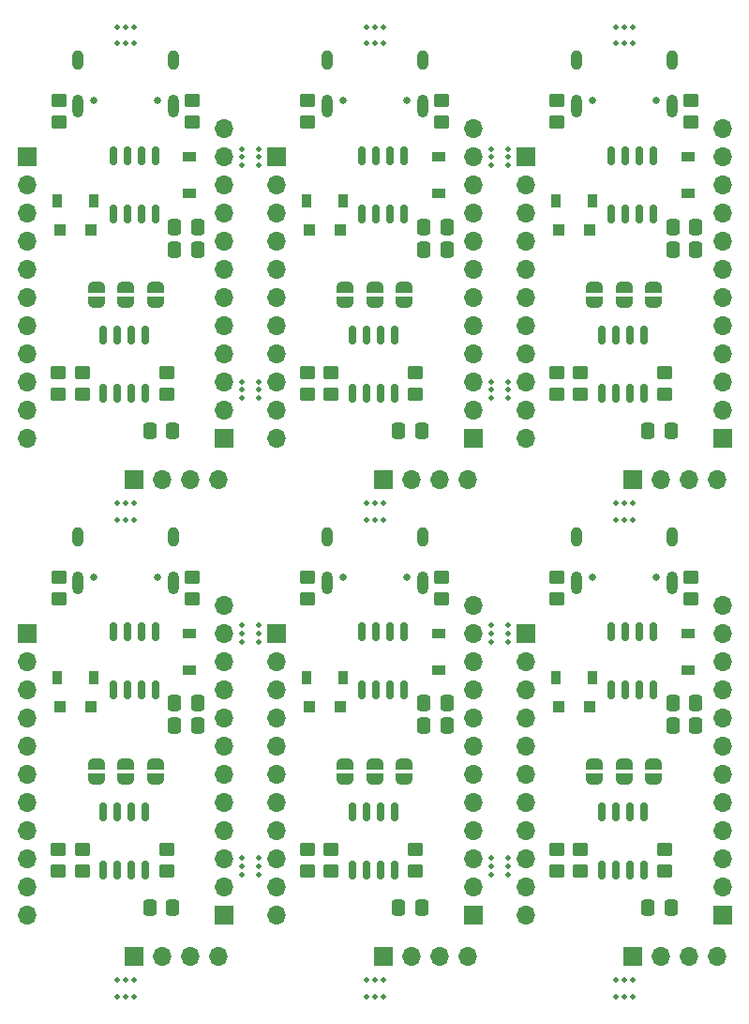
<source format=gbr>
%TF.GenerationSoftware,KiCad,Pcbnew,(6.0.8)*%
%TF.CreationDate,2023-05-03T14:57:19+02:00*%
%TF.ProjectId,Floppy Board v3.1,466c6f70-7079-4204-926f-617264207633,3.0*%
%TF.SameCoordinates,Original*%
%TF.FileFunction,Soldermask,Bot*%
%TF.FilePolarity,Negative*%
%FSLAX46Y46*%
G04 Gerber Fmt 4.6, Leading zero omitted, Abs format (unit mm)*
G04 Created by KiCad (PCBNEW (6.0.8)) date 2023-05-03 14:57:19*
%MOMM*%
%LPD*%
G01*
G04 APERTURE LIST*
G04 Aperture macros list*
%AMRoundRect*
0 Rectangle with rounded corners*
0 $1 Rounding radius*
0 $2 $3 $4 $5 $6 $7 $8 $9 X,Y pos of 4 corners*
0 Add a 4 corners polygon primitive as box body*
4,1,4,$2,$3,$4,$5,$6,$7,$8,$9,$2,$3,0*
0 Add four circle primitives for the rounded corners*
1,1,$1+$1,$2,$3*
1,1,$1+$1,$4,$5*
1,1,$1+$1,$6,$7*
1,1,$1+$1,$8,$9*
0 Add four rect primitives between the rounded corners*
20,1,$1+$1,$2,$3,$4,$5,0*
20,1,$1+$1,$4,$5,$6,$7,0*
20,1,$1+$1,$6,$7,$8,$9,0*
20,1,$1+$1,$8,$9,$2,$3,0*%
%AMFreePoly0*
4,1,22,0.500000,-0.750000,0.000000,-0.750000,0.000000,-0.745033,-0.079941,-0.743568,-0.215256,-0.701293,-0.333266,-0.622738,-0.424486,-0.514219,-0.481581,-0.384460,-0.499164,-0.250000,-0.500000,-0.250000,-0.500000,0.250000,-0.499164,0.250000,-0.499963,0.256109,-0.478152,0.396186,-0.417904,0.524511,-0.324060,0.630769,-0.204165,0.706417,-0.067858,0.745374,0.000000,0.744959,0.000000,0.750000,
0.500000,0.750000,0.500000,-0.750000,0.500000,-0.750000,$1*%
%AMFreePoly1*
4,1,20,0.000000,0.744959,0.073905,0.744508,0.209726,0.703889,0.328688,0.626782,0.421226,0.519385,0.479903,0.390333,0.500000,0.250000,0.500000,-0.250000,0.499851,-0.262216,0.476331,-0.402017,0.414519,-0.529596,0.319384,-0.634700,0.198574,-0.708877,0.061801,-0.746166,0.000000,-0.745033,0.000000,-0.750000,-0.500000,-0.750000,-0.500000,0.750000,0.000000,0.750000,0.000000,0.744959,
0.000000,0.744959,$1*%
G04 Aperture macros list end*
%ADD10C,0.500000*%
%ADD11R,1.200000X0.900000*%
%ADD12RoundRect,0.250000X0.450000X-0.350000X0.450000X0.350000X-0.450000X0.350000X-0.450000X-0.350000X0*%
%ADD13R,0.900000X1.200000*%
%ADD14FreePoly0,90.000000*%
%ADD15FreePoly1,90.000000*%
%ADD16RoundRect,0.250000X-0.337500X-0.475000X0.337500X-0.475000X0.337500X0.475000X-0.337500X0.475000X0*%
%ADD17RoundRect,0.250000X-0.450000X0.350000X-0.450000X-0.350000X0.450000X-0.350000X0.450000X0.350000X0*%
%ADD18R,1.100000X1.100000*%
%ADD19R,1.700000X1.700000*%
%ADD20O,1.700000X1.700000*%
%ADD21RoundRect,0.150000X-0.150000X0.675000X-0.150000X-0.675000X0.150000X-0.675000X0.150000X0.675000X0*%
%ADD22RoundRect,0.150000X0.150000X-0.675000X0.150000X0.675000X-0.150000X0.675000X-0.150000X-0.675000X0*%
%ADD23C,0.650000*%
%ADD24O,1.000000X2.100000*%
%ADD25O,1.000000X1.800000*%
G04 APERTURE END LIST*
D10*
%TO.C,mouse-bite-2mm-slot*%
X150062000Y-126058000D03*
X151562000Y-126058000D03*
X150062000Y-127558000D03*
X151562000Y-127558000D03*
X151562000Y-126808000D03*
X150062000Y-126808000D03*
%TD*%
%TO.C,mouse-bite-2mm-slot*%
X150062000Y-106558000D03*
X151562000Y-106558000D03*
X150062000Y-105058000D03*
X151562000Y-105058000D03*
X151562000Y-105808000D03*
X150062000Y-105808000D03*
%TD*%
%TO.C,mouse-bite-2mm-slot*%
X127562000Y-126058000D03*
X129062000Y-126058000D03*
X127562000Y-127558000D03*
X129062000Y-127558000D03*
X129062000Y-126808000D03*
X127562000Y-126808000D03*
%TD*%
%TO.C,mouse-bite-2mm-slot*%
X127562000Y-106558000D03*
X129062000Y-106558000D03*
X127562000Y-105058000D03*
X129062000Y-105058000D03*
X129062000Y-105808000D03*
X127562000Y-105808000D03*
%TD*%
%TO.C,mouse-bite-2mm-slot*%
X150062000Y-83058000D03*
X151562000Y-83058000D03*
X150062000Y-84558000D03*
X151562000Y-84558000D03*
X151562000Y-83808000D03*
X150062000Y-83808000D03*
%TD*%
%TO.C,mouse-bite-2mm-slot*%
X150062000Y-63558000D03*
X151562000Y-63558000D03*
X150062000Y-62058000D03*
X151562000Y-62058000D03*
X151562000Y-62808000D03*
X150062000Y-62808000D03*
%TD*%
%TO.C,mouse-bite-2mm-slot*%
X127562000Y-83058000D03*
X129062000Y-83058000D03*
X127562000Y-84558000D03*
X129062000Y-84558000D03*
X129062000Y-83808000D03*
X127562000Y-83808000D03*
%TD*%
%TO.C,mouse-bite-2mm-slot*%
X127562000Y-63558000D03*
X129062000Y-63558000D03*
X127562000Y-62058000D03*
X129062000Y-62058000D03*
X129062000Y-62808000D03*
X127562000Y-62808000D03*
%TD*%
%TO.C,mouse-bite-2mm-slot*%
X161312000Y-51058000D03*
X161312000Y-52558000D03*
X162812000Y-51058000D03*
X162812000Y-52558000D03*
X162062000Y-52558000D03*
X162062000Y-51058000D03*
%TD*%
%TO.C,mouse-bite-2mm-slot*%
X138812000Y-51058000D03*
X138812000Y-52558000D03*
X140312000Y-51058000D03*
X140312000Y-52558000D03*
X139562000Y-52558000D03*
X139562000Y-51058000D03*
%TD*%
%TO.C,mouse-bite-2mm-slot*%
X116312000Y-51058000D03*
X116312000Y-52558000D03*
X117812000Y-51058000D03*
X117812000Y-52558000D03*
X117062000Y-52558000D03*
X117062000Y-51058000D03*
%TD*%
%TO.C,mouse-bite-2mm-slot*%
X161312000Y-94058000D03*
X161312000Y-95558000D03*
X162812000Y-94058000D03*
X162812000Y-95558000D03*
X162062000Y-95558000D03*
X162062000Y-94058000D03*
%TD*%
%TO.C,mouse-bite-2mm-slot*%
X138812000Y-94058000D03*
X138812000Y-95558000D03*
X140312000Y-94058000D03*
X140312000Y-95558000D03*
X139562000Y-95558000D03*
X139562000Y-94058000D03*
%TD*%
%TO.C,mouse-bite-2mm-slot*%
X116312000Y-94058000D03*
X116312000Y-95558000D03*
X117812000Y-94058000D03*
X117812000Y-95558000D03*
X117062000Y-95558000D03*
X117062000Y-94058000D03*
%TD*%
%TO.C,mouse-bite-2mm-slot*%
X161312000Y-137058000D03*
X161312000Y-138558000D03*
X162812000Y-137058000D03*
X162812000Y-138558000D03*
X162062000Y-138558000D03*
X162062000Y-137058000D03*
%TD*%
%TO.C,mouse-bite-2mm-slot*%
X138812000Y-137058000D03*
X138812000Y-138558000D03*
X140312000Y-137058000D03*
X140312000Y-138558000D03*
X139562000Y-138558000D03*
X139562000Y-137058000D03*
%TD*%
%TO.C,mouse-bite-2mm-slot*%
X117812000Y-137058000D03*
X117062000Y-137058000D03*
X116312000Y-138558000D03*
X117812000Y-138558000D03*
X116312000Y-137058000D03*
X117062000Y-138558000D03*
%TD*%
D11*
%TO.C,D1*%
X167843200Y-109114400D03*
X167843200Y-105814400D03*
%TD*%
D12*
%TO.C,R3*%
X158115000Y-127235000D03*
X158115000Y-125235000D03*
%TD*%
%TO.C,R7*%
X168097200Y-102673200D03*
X168097200Y-100673200D03*
%TD*%
D13*
%TO.C,D5*%
X159180800Y-109750400D03*
X155880800Y-109750400D03*
%TD*%
D14*
%TO.C,JP1*%
X159385000Y-118884000D03*
D15*
X159385000Y-117584000D03*
%TD*%
D14*
%TO.C,JP3*%
X164719000Y-118884000D03*
D15*
X164719000Y-117584000D03*
%TD*%
D14*
%TO.C,JP2*%
X162052000Y-118884000D03*
D15*
X162052000Y-117584000D03*
%TD*%
D16*
%TO.C,C3*%
X164214900Y-130476800D03*
X166289900Y-130476800D03*
%TD*%
D17*
%TO.C,R6*%
X156006800Y-100673200D03*
X156006800Y-102673200D03*
%TD*%
D16*
%TO.C,C8*%
X166475500Y-114119200D03*
X168550500Y-114119200D03*
%TD*%
D18*
%TO.C,D3*%
X156130800Y-112392000D03*
X158930800Y-112392000D03*
%TD*%
D19*
%TO.C,J3*%
X153162000Y-105788000D03*
D20*
X153162000Y-108328000D03*
X153162000Y-110868000D03*
X153162000Y-113408000D03*
X153162000Y-115948000D03*
X153162000Y-118488000D03*
X153162000Y-121028000D03*
X153162000Y-123568000D03*
X153162000Y-126108000D03*
X153162000Y-128648000D03*
X153162000Y-131188000D03*
%TD*%
D21*
%TO.C,U4*%
X160909000Y-105652200D03*
X162179000Y-105652200D03*
X163449000Y-105652200D03*
X164719000Y-105652200D03*
X164719000Y-110902200D03*
X163449000Y-110902200D03*
X162179000Y-110902200D03*
X160909000Y-110902200D03*
%TD*%
D16*
%TO.C,C9*%
X166475500Y-112087200D03*
X168550500Y-112087200D03*
%TD*%
D17*
%TO.C,R1*%
X165735000Y-125235000D03*
X165735000Y-127235000D03*
%TD*%
D19*
%TO.C,J4*%
X170942000Y-131188000D03*
D20*
X170942000Y-128648000D03*
X170942000Y-126108000D03*
X170942000Y-123568000D03*
X170942000Y-121028000D03*
X170942000Y-118488000D03*
X170942000Y-115948000D03*
X170942000Y-113408000D03*
X170942000Y-110868000D03*
X170942000Y-108328000D03*
X170942000Y-105788000D03*
X170942000Y-103248000D03*
%TD*%
D19*
%TO.C,J1*%
X162822000Y-134938000D03*
D20*
X165362000Y-134938000D03*
X167902000Y-134938000D03*
X170442000Y-134938000D03*
%TD*%
D17*
%TO.C,R2*%
X155956000Y-125235000D03*
X155956000Y-127235000D03*
%TD*%
D22*
%TO.C,U2*%
X163830000Y-127082000D03*
X162560000Y-127082000D03*
X161290000Y-127082000D03*
X160020000Y-127082000D03*
X160020000Y-121832000D03*
X161290000Y-121832000D03*
X162560000Y-121832000D03*
X163830000Y-121832000D03*
%TD*%
D23*
%TO.C,J2*%
X164947000Y-100730500D03*
X159167000Y-100730500D03*
D24*
X157737000Y-101230500D03*
D25*
X157737000Y-97050500D03*
D24*
X166377000Y-101230500D03*
D25*
X166377000Y-97050500D03*
%TD*%
D11*
%TO.C,D1*%
X167843200Y-66114400D03*
X167843200Y-62814400D03*
%TD*%
D12*
%TO.C,R3*%
X158115000Y-84235000D03*
X158115000Y-82235000D03*
%TD*%
%TO.C,R7*%
X168097200Y-59673200D03*
X168097200Y-57673200D03*
%TD*%
D13*
%TO.C,D5*%
X159180800Y-66750400D03*
X155880800Y-66750400D03*
%TD*%
D14*
%TO.C,JP1*%
X159385000Y-75884000D03*
D15*
X159385000Y-74584000D03*
%TD*%
D14*
%TO.C,JP3*%
X164719000Y-75884000D03*
D15*
X164719000Y-74584000D03*
%TD*%
D14*
%TO.C,JP2*%
X162052000Y-75884000D03*
D15*
X162052000Y-74584000D03*
%TD*%
D16*
%TO.C,C3*%
X164214900Y-87476800D03*
X166289900Y-87476800D03*
%TD*%
D17*
%TO.C,R6*%
X156006800Y-57673200D03*
X156006800Y-59673200D03*
%TD*%
D16*
%TO.C,C8*%
X166475500Y-71119200D03*
X168550500Y-71119200D03*
%TD*%
D18*
%TO.C,D3*%
X156130800Y-69392000D03*
X158930800Y-69392000D03*
%TD*%
D19*
%TO.C,J3*%
X153162000Y-62788000D03*
D20*
X153162000Y-65328000D03*
X153162000Y-67868000D03*
X153162000Y-70408000D03*
X153162000Y-72948000D03*
X153162000Y-75488000D03*
X153162000Y-78028000D03*
X153162000Y-80568000D03*
X153162000Y-83108000D03*
X153162000Y-85648000D03*
X153162000Y-88188000D03*
%TD*%
D21*
%TO.C,U4*%
X160909000Y-62652200D03*
X162179000Y-62652200D03*
X163449000Y-62652200D03*
X164719000Y-62652200D03*
X164719000Y-67902200D03*
X163449000Y-67902200D03*
X162179000Y-67902200D03*
X160909000Y-67902200D03*
%TD*%
D16*
%TO.C,C9*%
X166475500Y-69087200D03*
X168550500Y-69087200D03*
%TD*%
D17*
%TO.C,R1*%
X165735000Y-82235000D03*
X165735000Y-84235000D03*
%TD*%
D19*
%TO.C,J4*%
X170942000Y-88188000D03*
D20*
X170942000Y-85648000D03*
X170942000Y-83108000D03*
X170942000Y-80568000D03*
X170942000Y-78028000D03*
X170942000Y-75488000D03*
X170942000Y-72948000D03*
X170942000Y-70408000D03*
X170942000Y-67868000D03*
X170942000Y-65328000D03*
X170942000Y-62788000D03*
X170942000Y-60248000D03*
%TD*%
D19*
%TO.C,J1*%
X162822000Y-91938000D03*
D20*
X165362000Y-91938000D03*
X167902000Y-91938000D03*
X170442000Y-91938000D03*
%TD*%
D17*
%TO.C,R2*%
X155956000Y-82235000D03*
X155956000Y-84235000D03*
%TD*%
D22*
%TO.C,U2*%
X163830000Y-84082000D03*
X162560000Y-84082000D03*
X161290000Y-84082000D03*
X160020000Y-84082000D03*
X160020000Y-78832000D03*
X161290000Y-78832000D03*
X162560000Y-78832000D03*
X163830000Y-78832000D03*
%TD*%
D23*
%TO.C,J2*%
X164947000Y-57730500D03*
X159167000Y-57730500D03*
D24*
X157737000Y-58230500D03*
D25*
X157737000Y-54050500D03*
D24*
X166377000Y-58230500D03*
D25*
X166377000Y-54050500D03*
%TD*%
D11*
%TO.C,D1*%
X145343200Y-109114400D03*
X145343200Y-105814400D03*
%TD*%
D12*
%TO.C,R3*%
X135615000Y-127235000D03*
X135615000Y-125235000D03*
%TD*%
%TO.C,R7*%
X145597200Y-102673200D03*
X145597200Y-100673200D03*
%TD*%
D13*
%TO.C,D5*%
X136680800Y-109750400D03*
X133380800Y-109750400D03*
%TD*%
D14*
%TO.C,JP1*%
X136885000Y-118884000D03*
D15*
X136885000Y-117584000D03*
%TD*%
D14*
%TO.C,JP3*%
X142219000Y-118884000D03*
D15*
X142219000Y-117584000D03*
%TD*%
D14*
%TO.C,JP2*%
X139552000Y-118884000D03*
D15*
X139552000Y-117584000D03*
%TD*%
D16*
%TO.C,C3*%
X141714900Y-130476800D03*
X143789900Y-130476800D03*
%TD*%
D17*
%TO.C,R6*%
X133506800Y-100673200D03*
X133506800Y-102673200D03*
%TD*%
D16*
%TO.C,C8*%
X143975500Y-114119200D03*
X146050500Y-114119200D03*
%TD*%
D18*
%TO.C,D3*%
X133630800Y-112392000D03*
X136430800Y-112392000D03*
%TD*%
D19*
%TO.C,J3*%
X130662000Y-105788000D03*
D20*
X130662000Y-108328000D03*
X130662000Y-110868000D03*
X130662000Y-113408000D03*
X130662000Y-115948000D03*
X130662000Y-118488000D03*
X130662000Y-121028000D03*
X130662000Y-123568000D03*
X130662000Y-126108000D03*
X130662000Y-128648000D03*
X130662000Y-131188000D03*
%TD*%
D21*
%TO.C,U4*%
X138409000Y-105652200D03*
X139679000Y-105652200D03*
X140949000Y-105652200D03*
X142219000Y-105652200D03*
X142219000Y-110902200D03*
X140949000Y-110902200D03*
X139679000Y-110902200D03*
X138409000Y-110902200D03*
%TD*%
D16*
%TO.C,C9*%
X143975500Y-112087200D03*
X146050500Y-112087200D03*
%TD*%
D17*
%TO.C,R1*%
X143235000Y-125235000D03*
X143235000Y-127235000D03*
%TD*%
D19*
%TO.C,J4*%
X148442000Y-131188000D03*
D20*
X148442000Y-128648000D03*
X148442000Y-126108000D03*
X148442000Y-123568000D03*
X148442000Y-121028000D03*
X148442000Y-118488000D03*
X148442000Y-115948000D03*
X148442000Y-113408000D03*
X148442000Y-110868000D03*
X148442000Y-108328000D03*
X148442000Y-105788000D03*
X148442000Y-103248000D03*
%TD*%
D19*
%TO.C,J1*%
X140322000Y-134938000D03*
D20*
X142862000Y-134938000D03*
X145402000Y-134938000D03*
X147942000Y-134938000D03*
%TD*%
D17*
%TO.C,R2*%
X133456000Y-125235000D03*
X133456000Y-127235000D03*
%TD*%
D22*
%TO.C,U2*%
X141330000Y-127082000D03*
X140060000Y-127082000D03*
X138790000Y-127082000D03*
X137520000Y-127082000D03*
X137520000Y-121832000D03*
X138790000Y-121832000D03*
X140060000Y-121832000D03*
X141330000Y-121832000D03*
%TD*%
D23*
%TO.C,J2*%
X142447000Y-100730500D03*
X136667000Y-100730500D03*
D24*
X135237000Y-101230500D03*
D25*
X135237000Y-97050500D03*
D24*
X143877000Y-101230500D03*
D25*
X143877000Y-97050500D03*
%TD*%
D11*
%TO.C,D1*%
X145343200Y-66114400D03*
X145343200Y-62814400D03*
%TD*%
D12*
%TO.C,R3*%
X135615000Y-84235000D03*
X135615000Y-82235000D03*
%TD*%
%TO.C,R7*%
X145597200Y-59673200D03*
X145597200Y-57673200D03*
%TD*%
D13*
%TO.C,D5*%
X136680800Y-66750400D03*
X133380800Y-66750400D03*
%TD*%
D14*
%TO.C,JP1*%
X136885000Y-75884000D03*
D15*
X136885000Y-74584000D03*
%TD*%
D14*
%TO.C,JP3*%
X142219000Y-75884000D03*
D15*
X142219000Y-74584000D03*
%TD*%
D14*
%TO.C,JP2*%
X139552000Y-75884000D03*
D15*
X139552000Y-74584000D03*
%TD*%
D16*
%TO.C,C3*%
X141714900Y-87476800D03*
X143789900Y-87476800D03*
%TD*%
D17*
%TO.C,R6*%
X133506800Y-57673200D03*
X133506800Y-59673200D03*
%TD*%
D16*
%TO.C,C8*%
X143975500Y-71119200D03*
X146050500Y-71119200D03*
%TD*%
D18*
%TO.C,D3*%
X133630800Y-69392000D03*
X136430800Y-69392000D03*
%TD*%
D19*
%TO.C,J3*%
X130662000Y-62788000D03*
D20*
X130662000Y-65328000D03*
X130662000Y-67868000D03*
X130662000Y-70408000D03*
X130662000Y-72948000D03*
X130662000Y-75488000D03*
X130662000Y-78028000D03*
X130662000Y-80568000D03*
X130662000Y-83108000D03*
X130662000Y-85648000D03*
X130662000Y-88188000D03*
%TD*%
D21*
%TO.C,U4*%
X138409000Y-62652200D03*
X139679000Y-62652200D03*
X140949000Y-62652200D03*
X142219000Y-62652200D03*
X142219000Y-67902200D03*
X140949000Y-67902200D03*
X139679000Y-67902200D03*
X138409000Y-67902200D03*
%TD*%
D16*
%TO.C,C9*%
X143975500Y-69087200D03*
X146050500Y-69087200D03*
%TD*%
D17*
%TO.C,R1*%
X143235000Y-82235000D03*
X143235000Y-84235000D03*
%TD*%
D19*
%TO.C,J4*%
X148442000Y-88188000D03*
D20*
X148442000Y-85648000D03*
X148442000Y-83108000D03*
X148442000Y-80568000D03*
X148442000Y-78028000D03*
X148442000Y-75488000D03*
X148442000Y-72948000D03*
X148442000Y-70408000D03*
X148442000Y-67868000D03*
X148442000Y-65328000D03*
X148442000Y-62788000D03*
X148442000Y-60248000D03*
%TD*%
D19*
%TO.C,J1*%
X140322000Y-91938000D03*
D20*
X142862000Y-91938000D03*
X145402000Y-91938000D03*
X147942000Y-91938000D03*
%TD*%
D17*
%TO.C,R2*%
X133456000Y-82235000D03*
X133456000Y-84235000D03*
%TD*%
D22*
%TO.C,U2*%
X141330000Y-84082000D03*
X140060000Y-84082000D03*
X138790000Y-84082000D03*
X137520000Y-84082000D03*
X137520000Y-78832000D03*
X138790000Y-78832000D03*
X140060000Y-78832000D03*
X141330000Y-78832000D03*
%TD*%
D23*
%TO.C,J2*%
X142447000Y-57730500D03*
X136667000Y-57730500D03*
D24*
X135237000Y-58230500D03*
D25*
X135237000Y-54050500D03*
D24*
X143877000Y-58230500D03*
D25*
X143877000Y-54050500D03*
%TD*%
D11*
%TO.C,D1*%
X122843200Y-109114400D03*
X122843200Y-105814400D03*
%TD*%
D12*
%TO.C,R3*%
X113115000Y-127235000D03*
X113115000Y-125235000D03*
%TD*%
%TO.C,R7*%
X123097200Y-102673200D03*
X123097200Y-100673200D03*
%TD*%
D13*
%TO.C,D5*%
X114180800Y-109750400D03*
X110880800Y-109750400D03*
%TD*%
D14*
%TO.C,JP1*%
X114385000Y-118884000D03*
D15*
X114385000Y-117584000D03*
%TD*%
D14*
%TO.C,JP3*%
X119719000Y-118884000D03*
D15*
X119719000Y-117584000D03*
%TD*%
D14*
%TO.C,JP2*%
X117052000Y-118884000D03*
D15*
X117052000Y-117584000D03*
%TD*%
D16*
%TO.C,C3*%
X119214900Y-130476800D03*
X121289900Y-130476800D03*
%TD*%
D17*
%TO.C,R6*%
X111006800Y-100673200D03*
X111006800Y-102673200D03*
%TD*%
D16*
%TO.C,C8*%
X121475500Y-114119200D03*
X123550500Y-114119200D03*
%TD*%
D18*
%TO.C,D3*%
X111130800Y-112392000D03*
X113930800Y-112392000D03*
%TD*%
D19*
%TO.C,J3*%
X108162000Y-105788000D03*
D20*
X108162000Y-108328000D03*
X108162000Y-110868000D03*
X108162000Y-113408000D03*
X108162000Y-115948000D03*
X108162000Y-118488000D03*
X108162000Y-121028000D03*
X108162000Y-123568000D03*
X108162000Y-126108000D03*
X108162000Y-128648000D03*
X108162000Y-131188000D03*
%TD*%
D21*
%TO.C,U4*%
X115909000Y-105652200D03*
X117179000Y-105652200D03*
X118449000Y-105652200D03*
X119719000Y-105652200D03*
X119719000Y-110902200D03*
X118449000Y-110902200D03*
X117179000Y-110902200D03*
X115909000Y-110902200D03*
%TD*%
D16*
%TO.C,C9*%
X121475500Y-112087200D03*
X123550500Y-112087200D03*
%TD*%
D17*
%TO.C,R1*%
X120735000Y-125235000D03*
X120735000Y-127235000D03*
%TD*%
D19*
%TO.C,J4*%
X125942000Y-131188000D03*
D20*
X125942000Y-128648000D03*
X125942000Y-126108000D03*
X125942000Y-123568000D03*
X125942000Y-121028000D03*
X125942000Y-118488000D03*
X125942000Y-115948000D03*
X125942000Y-113408000D03*
X125942000Y-110868000D03*
X125942000Y-108328000D03*
X125942000Y-105788000D03*
X125942000Y-103248000D03*
%TD*%
D19*
%TO.C,J1*%
X117822000Y-134938000D03*
D20*
X120362000Y-134938000D03*
X122902000Y-134938000D03*
X125442000Y-134938000D03*
%TD*%
D17*
%TO.C,R2*%
X110956000Y-125235000D03*
X110956000Y-127235000D03*
%TD*%
D22*
%TO.C,U2*%
X118830000Y-127082000D03*
X117560000Y-127082000D03*
X116290000Y-127082000D03*
X115020000Y-127082000D03*
X115020000Y-121832000D03*
X116290000Y-121832000D03*
X117560000Y-121832000D03*
X118830000Y-121832000D03*
%TD*%
D23*
%TO.C,J2*%
X119947000Y-100730500D03*
X114167000Y-100730500D03*
D24*
X112737000Y-101230500D03*
D25*
X112737000Y-97050500D03*
D24*
X121377000Y-101230500D03*
D25*
X121377000Y-97050500D03*
%TD*%
D19*
%TO.C,J1*%
X117822000Y-91938000D03*
D20*
X120362000Y-91938000D03*
X122902000Y-91938000D03*
X125442000Y-91938000D03*
%TD*%
D23*
%TO.C,J2*%
X119947000Y-57730500D03*
X114167000Y-57730500D03*
D24*
X112737000Y-58230500D03*
D25*
X112737000Y-54050500D03*
D24*
X121377000Y-58230500D03*
D25*
X121377000Y-54050500D03*
%TD*%
D19*
%TO.C,J4*%
X125942000Y-88188000D03*
D20*
X125942000Y-85648000D03*
X125942000Y-83108000D03*
X125942000Y-80568000D03*
X125942000Y-78028000D03*
X125942000Y-75488000D03*
X125942000Y-72948000D03*
X125942000Y-70408000D03*
X125942000Y-67868000D03*
X125942000Y-65328000D03*
X125942000Y-62788000D03*
X125942000Y-60248000D03*
%TD*%
D17*
%TO.C,R1*%
X120735000Y-82235000D03*
X120735000Y-84235000D03*
%TD*%
D22*
%TO.C,U2*%
X118830000Y-84082000D03*
X117560000Y-84082000D03*
X116290000Y-84082000D03*
X115020000Y-84082000D03*
X115020000Y-78832000D03*
X116290000Y-78832000D03*
X117560000Y-78832000D03*
X118830000Y-78832000D03*
%TD*%
D17*
%TO.C,R2*%
X110956000Y-82235000D03*
X110956000Y-84235000D03*
%TD*%
D14*
%TO.C,JP1*%
X114385000Y-75884000D03*
D15*
X114385000Y-74584000D03*
%TD*%
D16*
%TO.C,C8*%
X121475500Y-71119200D03*
X123550500Y-71119200D03*
%TD*%
%TO.C,C3*%
X119214900Y-87476800D03*
X121289900Y-87476800D03*
%TD*%
D11*
%TO.C,D1*%
X122843200Y-66114400D03*
X122843200Y-62814400D03*
%TD*%
D13*
%TO.C,D5*%
X114180800Y-66750400D03*
X110880800Y-66750400D03*
%TD*%
D21*
%TO.C,U4*%
X115909000Y-62652200D03*
X117179000Y-62652200D03*
X118449000Y-62652200D03*
X119719000Y-62652200D03*
X119719000Y-67902200D03*
X118449000Y-67902200D03*
X117179000Y-67902200D03*
X115909000Y-67902200D03*
%TD*%
D12*
%TO.C,R7*%
X123097200Y-59673200D03*
X123097200Y-57673200D03*
%TD*%
D17*
%TO.C,R6*%
X111006800Y-57673200D03*
X111006800Y-59673200D03*
%TD*%
D14*
%TO.C,JP2*%
X117052000Y-75884000D03*
D15*
X117052000Y-74584000D03*
%TD*%
D12*
%TO.C,R3*%
X113115000Y-84235000D03*
X113115000Y-82235000D03*
%TD*%
D18*
%TO.C,D3*%
X111130800Y-69392000D03*
X113930800Y-69392000D03*
%TD*%
D19*
%TO.C,J3*%
X108162000Y-62788000D03*
D20*
X108162000Y-65328000D03*
X108162000Y-67868000D03*
X108162000Y-70408000D03*
X108162000Y-72948000D03*
X108162000Y-75488000D03*
X108162000Y-78028000D03*
X108162000Y-80568000D03*
X108162000Y-83108000D03*
X108162000Y-85648000D03*
X108162000Y-88188000D03*
%TD*%
D14*
%TO.C,JP3*%
X119719000Y-75884000D03*
D15*
X119719000Y-74584000D03*
%TD*%
D16*
%TO.C,C9*%
X121475500Y-69087200D03*
X123550500Y-69087200D03*
%TD*%
M02*

</source>
